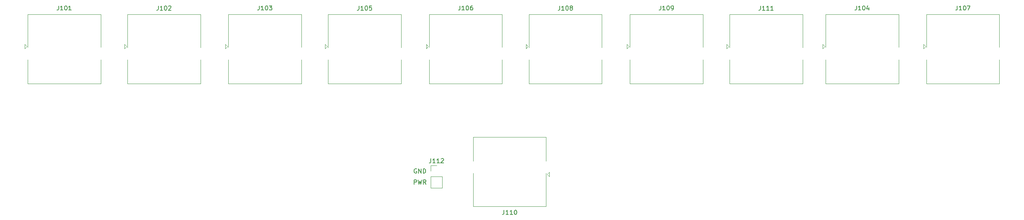
<source format=gbr>
%TF.GenerationSoftware,KiCad,Pcbnew,(5.1.10)-1*%
%TF.CreationDate,2021-12-13T10:36:09-08:00*%
%TF.ProjectId,Ethernet Splitter,45746865-726e-4657-9420-53706c697474,rev?*%
%TF.SameCoordinates,Original*%
%TF.FileFunction,Legend,Top*%
%TF.FilePolarity,Positive*%
%FSLAX46Y46*%
G04 Gerber Fmt 4.6, Leading zero omitted, Abs format (unit mm)*
G04 Created by KiCad (PCBNEW (5.1.10)-1) date 2021-12-13 10:36:09*
%MOMM*%
%LPD*%
G01*
G04 APERTURE LIST*
%ADD10C,0.150000*%
%ADD11C,0.120000*%
G04 APERTURE END LIST*
D10*
X129476666Y-109672380D02*
X129476666Y-108672380D01*
X129857619Y-108672380D01*
X129952857Y-108720000D01*
X130000476Y-108767619D01*
X130048095Y-108862857D01*
X130048095Y-109005714D01*
X130000476Y-109100952D01*
X129952857Y-109148571D01*
X129857619Y-109196190D01*
X129476666Y-109196190D01*
X130381428Y-108672380D02*
X130619523Y-109672380D01*
X130810000Y-108958095D01*
X131000476Y-109672380D01*
X131238571Y-108672380D01*
X132190952Y-109672380D02*
X131857619Y-109196190D01*
X131619523Y-109672380D02*
X131619523Y-108672380D01*
X132000476Y-108672380D01*
X132095714Y-108720000D01*
X132143333Y-108767619D01*
X132190952Y-108862857D01*
X132190952Y-109005714D01*
X132143333Y-109100952D01*
X132095714Y-109148571D01*
X132000476Y-109196190D01*
X131619523Y-109196190D01*
X130048095Y-106180000D02*
X129952857Y-106132380D01*
X129810000Y-106132380D01*
X129667142Y-106180000D01*
X129571904Y-106275238D01*
X129524285Y-106370476D01*
X129476666Y-106560952D01*
X129476666Y-106703809D01*
X129524285Y-106894285D01*
X129571904Y-106989523D01*
X129667142Y-107084761D01*
X129810000Y-107132380D01*
X129905238Y-107132380D01*
X130048095Y-107084761D01*
X130095714Y-107037142D01*
X130095714Y-106703809D01*
X129905238Y-106703809D01*
X130524285Y-107132380D02*
X130524285Y-106132380D01*
X131095714Y-107132380D01*
X131095714Y-106132380D01*
X131571904Y-107132380D02*
X131571904Y-106132380D01*
X131810000Y-106132380D01*
X131952857Y-106180000D01*
X132048095Y-106275238D01*
X132095714Y-106370476D01*
X132143333Y-106560952D01*
X132143333Y-106703809D01*
X132095714Y-106894285D01*
X132048095Y-106989523D01*
X131952857Y-107084761D01*
X131810000Y-107132380D01*
X131571904Y-107132380D01*
D11*
%TO.C,J112*%
X133290000Y-105350000D02*
X134620000Y-105350000D01*
X133290000Y-106680000D02*
X133290000Y-105350000D01*
X133290000Y-107950000D02*
X135950000Y-107950000D01*
X135950000Y-107950000D02*
X135950000Y-110550000D01*
X133290000Y-107950000D02*
X133290000Y-110550000D01*
X133290000Y-110550000D02*
X135950000Y-110550000D01*
%TO.C,J111*%
X201110000Y-77560000D02*
X201610000Y-78060000D01*
X201110000Y-78560000D02*
X201110000Y-77560000D01*
X201610000Y-78060000D02*
X201110000Y-78560000D01*
X218535000Y-86620000D02*
X218535000Y-81060000D01*
X201805000Y-86620000D02*
X201805000Y-81060000D01*
X201805000Y-86620000D02*
X218535000Y-86620000D01*
X218535000Y-70650000D02*
X218535000Y-78260000D01*
X201805000Y-70650000D02*
X201805000Y-78260000D01*
X201805000Y-70650000D02*
X218535000Y-70650000D01*
%TO.C,J110*%
X160440000Y-107880000D02*
X159940000Y-107380000D01*
X160440000Y-106880000D02*
X160440000Y-107880000D01*
X159940000Y-107380000D02*
X160440000Y-106880000D01*
X143015000Y-98820000D02*
X143015000Y-104380000D01*
X159745000Y-98820000D02*
X159745000Y-104380000D01*
X159745000Y-98820000D02*
X143015000Y-98820000D01*
X143015000Y-114790000D02*
X143015000Y-107180000D01*
X159745000Y-114790000D02*
X159745000Y-107180000D01*
X159745000Y-114790000D02*
X143015000Y-114790000D01*
%TO.C,J109*%
X178250000Y-77540000D02*
X178750000Y-78040000D01*
X178250000Y-78540000D02*
X178250000Y-77540000D01*
X178750000Y-78040000D02*
X178250000Y-78540000D01*
X195675000Y-86600000D02*
X195675000Y-81040000D01*
X178945000Y-86600000D02*
X178945000Y-81040000D01*
X178945000Y-86600000D02*
X195675000Y-86600000D01*
X195675000Y-70630000D02*
X195675000Y-78240000D01*
X178945000Y-70630000D02*
X178945000Y-78240000D01*
X178945000Y-70630000D02*
X195675000Y-70630000D01*
%TO.C,J108*%
X155100000Y-77560000D02*
X155600000Y-78060000D01*
X155100000Y-78560000D02*
X155100000Y-77560000D01*
X155600000Y-78060000D02*
X155100000Y-78560000D01*
X172525000Y-86620000D02*
X172525000Y-81060000D01*
X155795000Y-86620000D02*
X155795000Y-81060000D01*
X155795000Y-86620000D02*
X172525000Y-86620000D01*
X172525000Y-70650000D02*
X172525000Y-78260000D01*
X155795000Y-70650000D02*
X155795000Y-78260000D01*
X155795000Y-70650000D02*
X172525000Y-70650000D01*
%TO.C,J107*%
X246210000Y-77540000D02*
X246710000Y-78040000D01*
X246210000Y-78540000D02*
X246210000Y-77540000D01*
X246710000Y-78040000D02*
X246210000Y-78540000D01*
X263635000Y-86600000D02*
X263635000Y-81040000D01*
X246905000Y-86600000D02*
X246905000Y-81040000D01*
X246905000Y-86600000D02*
X263635000Y-86600000D01*
X263635000Y-70630000D02*
X263635000Y-78240000D01*
X246905000Y-70630000D02*
X246905000Y-78240000D01*
X246905000Y-70630000D02*
X263635000Y-70630000D01*
%TO.C,J106*%
X132240000Y-77540000D02*
X132740000Y-78040000D01*
X132240000Y-78540000D02*
X132240000Y-77540000D01*
X132740000Y-78040000D02*
X132240000Y-78540000D01*
X149665000Y-86600000D02*
X149665000Y-81040000D01*
X132935000Y-86600000D02*
X132935000Y-81040000D01*
X132935000Y-86600000D02*
X149665000Y-86600000D01*
X149665000Y-70630000D02*
X149665000Y-78240000D01*
X132935000Y-70630000D02*
X132935000Y-78240000D01*
X132935000Y-70630000D02*
X149665000Y-70630000D01*
%TO.C,J105*%
X109090000Y-77560000D02*
X109590000Y-78060000D01*
X109090000Y-78560000D02*
X109090000Y-77560000D01*
X109590000Y-78060000D02*
X109090000Y-78560000D01*
X126515000Y-86620000D02*
X126515000Y-81060000D01*
X109785000Y-86620000D02*
X109785000Y-81060000D01*
X109785000Y-86620000D02*
X126515000Y-86620000D01*
X126515000Y-70650000D02*
X126515000Y-78260000D01*
X109785000Y-70650000D02*
X109785000Y-78260000D01*
X109785000Y-70650000D02*
X126515000Y-70650000D01*
%TO.C,J104*%
X223100000Y-77540000D02*
X223600000Y-78040000D01*
X223100000Y-78540000D02*
X223100000Y-77540000D01*
X223600000Y-78040000D02*
X223100000Y-78540000D01*
X240525000Y-86600000D02*
X240525000Y-81040000D01*
X223795000Y-86600000D02*
X223795000Y-81040000D01*
X223795000Y-86600000D02*
X240525000Y-86600000D01*
X240525000Y-70630000D02*
X240525000Y-78240000D01*
X223795000Y-70630000D02*
X223795000Y-78240000D01*
X223795000Y-70630000D02*
X240525000Y-70630000D01*
%TO.C,J103*%
X86230000Y-77540000D02*
X86730000Y-78040000D01*
X86230000Y-78540000D02*
X86230000Y-77540000D01*
X86730000Y-78040000D02*
X86230000Y-78540000D01*
X103655000Y-86600000D02*
X103655000Y-81040000D01*
X86925000Y-86600000D02*
X86925000Y-81040000D01*
X86925000Y-86600000D02*
X103655000Y-86600000D01*
X103655000Y-70630000D02*
X103655000Y-78240000D01*
X86925000Y-70630000D02*
X86925000Y-78240000D01*
X86925000Y-70630000D02*
X103655000Y-70630000D01*
%TO.C,J102*%
X63080000Y-77560000D02*
X63580000Y-78060000D01*
X63080000Y-78560000D02*
X63080000Y-77560000D01*
X63580000Y-78060000D02*
X63080000Y-78560000D01*
X80505000Y-86620000D02*
X80505000Y-81060000D01*
X63775000Y-86620000D02*
X63775000Y-81060000D01*
X63775000Y-86620000D02*
X80505000Y-86620000D01*
X80505000Y-70650000D02*
X80505000Y-78260000D01*
X63775000Y-70650000D02*
X63775000Y-78260000D01*
X63775000Y-70650000D02*
X80505000Y-70650000D01*
%TO.C,J101*%
X40220000Y-77540000D02*
X40720000Y-78040000D01*
X40220000Y-78540000D02*
X40220000Y-77540000D01*
X40720000Y-78040000D02*
X40220000Y-78540000D01*
X57645000Y-86600000D02*
X57645000Y-81040000D01*
X40915000Y-86600000D02*
X40915000Y-81040000D01*
X40915000Y-86600000D02*
X57645000Y-86600000D01*
X57645000Y-70630000D02*
X57645000Y-78240000D01*
X40915000Y-70630000D02*
X40915000Y-78240000D01*
X40915000Y-70630000D02*
X57645000Y-70630000D01*
%TO.C,J112*%
D10*
X133334285Y-103802380D02*
X133334285Y-104516666D01*
X133286666Y-104659523D01*
X133191428Y-104754761D01*
X133048571Y-104802380D01*
X132953333Y-104802380D01*
X134334285Y-104802380D02*
X133762857Y-104802380D01*
X134048571Y-104802380D02*
X134048571Y-103802380D01*
X133953333Y-103945238D01*
X133858095Y-104040476D01*
X133762857Y-104088095D01*
X135286666Y-104802380D02*
X134715238Y-104802380D01*
X135000952Y-104802380D02*
X135000952Y-103802380D01*
X134905714Y-103945238D01*
X134810476Y-104040476D01*
X134715238Y-104088095D01*
X135667619Y-103897619D02*
X135715238Y-103850000D01*
X135810476Y-103802380D01*
X136048571Y-103802380D01*
X136143809Y-103850000D01*
X136191428Y-103897619D01*
X136239047Y-103992857D01*
X136239047Y-104088095D01*
X136191428Y-104230952D01*
X135620000Y-104802380D01*
X136239047Y-104802380D01*
%TO.C,J111*%
X208884285Y-68712380D02*
X208884285Y-69426666D01*
X208836666Y-69569523D01*
X208741428Y-69664761D01*
X208598571Y-69712380D01*
X208503333Y-69712380D01*
X209884285Y-69712380D02*
X209312857Y-69712380D01*
X209598571Y-69712380D02*
X209598571Y-68712380D01*
X209503333Y-68855238D01*
X209408095Y-68950476D01*
X209312857Y-68998095D01*
X210836666Y-69712380D02*
X210265238Y-69712380D01*
X210550952Y-69712380D02*
X210550952Y-68712380D01*
X210455714Y-68855238D01*
X210360476Y-68950476D01*
X210265238Y-68998095D01*
X211789047Y-69712380D02*
X211217619Y-69712380D01*
X211503333Y-69712380D02*
X211503333Y-68712380D01*
X211408095Y-68855238D01*
X211312857Y-68950476D01*
X211217619Y-68998095D01*
%TO.C,J110*%
X150094285Y-115632380D02*
X150094285Y-116346666D01*
X150046666Y-116489523D01*
X149951428Y-116584761D01*
X149808571Y-116632380D01*
X149713333Y-116632380D01*
X151094285Y-116632380D02*
X150522857Y-116632380D01*
X150808571Y-116632380D02*
X150808571Y-115632380D01*
X150713333Y-115775238D01*
X150618095Y-115870476D01*
X150522857Y-115918095D01*
X152046666Y-116632380D02*
X151475238Y-116632380D01*
X151760952Y-116632380D02*
X151760952Y-115632380D01*
X151665714Y-115775238D01*
X151570476Y-115870476D01*
X151475238Y-115918095D01*
X152665714Y-115632380D02*
X152760952Y-115632380D01*
X152856190Y-115680000D01*
X152903809Y-115727619D01*
X152951428Y-115822857D01*
X152999047Y-116013333D01*
X152999047Y-116251428D01*
X152951428Y-116441904D01*
X152903809Y-116537142D01*
X152856190Y-116584761D01*
X152760952Y-116632380D01*
X152665714Y-116632380D01*
X152570476Y-116584761D01*
X152522857Y-116537142D01*
X152475238Y-116441904D01*
X152427619Y-116251428D01*
X152427619Y-116013333D01*
X152475238Y-115822857D01*
X152522857Y-115727619D01*
X152570476Y-115680000D01*
X152665714Y-115632380D01*
%TO.C,J109*%
X186024285Y-68692380D02*
X186024285Y-69406666D01*
X185976666Y-69549523D01*
X185881428Y-69644761D01*
X185738571Y-69692380D01*
X185643333Y-69692380D01*
X187024285Y-69692380D02*
X186452857Y-69692380D01*
X186738571Y-69692380D02*
X186738571Y-68692380D01*
X186643333Y-68835238D01*
X186548095Y-68930476D01*
X186452857Y-68978095D01*
X187643333Y-68692380D02*
X187738571Y-68692380D01*
X187833809Y-68740000D01*
X187881428Y-68787619D01*
X187929047Y-68882857D01*
X187976666Y-69073333D01*
X187976666Y-69311428D01*
X187929047Y-69501904D01*
X187881428Y-69597142D01*
X187833809Y-69644761D01*
X187738571Y-69692380D01*
X187643333Y-69692380D01*
X187548095Y-69644761D01*
X187500476Y-69597142D01*
X187452857Y-69501904D01*
X187405238Y-69311428D01*
X187405238Y-69073333D01*
X187452857Y-68882857D01*
X187500476Y-68787619D01*
X187548095Y-68740000D01*
X187643333Y-68692380D01*
X188452857Y-69692380D02*
X188643333Y-69692380D01*
X188738571Y-69644761D01*
X188786190Y-69597142D01*
X188881428Y-69454285D01*
X188929047Y-69263809D01*
X188929047Y-68882857D01*
X188881428Y-68787619D01*
X188833809Y-68740000D01*
X188738571Y-68692380D01*
X188548095Y-68692380D01*
X188452857Y-68740000D01*
X188405238Y-68787619D01*
X188357619Y-68882857D01*
X188357619Y-69120952D01*
X188405238Y-69216190D01*
X188452857Y-69263809D01*
X188548095Y-69311428D01*
X188738571Y-69311428D01*
X188833809Y-69263809D01*
X188881428Y-69216190D01*
X188929047Y-69120952D01*
%TO.C,J108*%
X162874285Y-68712380D02*
X162874285Y-69426666D01*
X162826666Y-69569523D01*
X162731428Y-69664761D01*
X162588571Y-69712380D01*
X162493333Y-69712380D01*
X163874285Y-69712380D02*
X163302857Y-69712380D01*
X163588571Y-69712380D02*
X163588571Y-68712380D01*
X163493333Y-68855238D01*
X163398095Y-68950476D01*
X163302857Y-68998095D01*
X164493333Y-68712380D02*
X164588571Y-68712380D01*
X164683809Y-68760000D01*
X164731428Y-68807619D01*
X164779047Y-68902857D01*
X164826666Y-69093333D01*
X164826666Y-69331428D01*
X164779047Y-69521904D01*
X164731428Y-69617142D01*
X164683809Y-69664761D01*
X164588571Y-69712380D01*
X164493333Y-69712380D01*
X164398095Y-69664761D01*
X164350476Y-69617142D01*
X164302857Y-69521904D01*
X164255238Y-69331428D01*
X164255238Y-69093333D01*
X164302857Y-68902857D01*
X164350476Y-68807619D01*
X164398095Y-68760000D01*
X164493333Y-68712380D01*
X165398095Y-69140952D02*
X165302857Y-69093333D01*
X165255238Y-69045714D01*
X165207619Y-68950476D01*
X165207619Y-68902857D01*
X165255238Y-68807619D01*
X165302857Y-68760000D01*
X165398095Y-68712380D01*
X165588571Y-68712380D01*
X165683809Y-68760000D01*
X165731428Y-68807619D01*
X165779047Y-68902857D01*
X165779047Y-68950476D01*
X165731428Y-69045714D01*
X165683809Y-69093333D01*
X165588571Y-69140952D01*
X165398095Y-69140952D01*
X165302857Y-69188571D01*
X165255238Y-69236190D01*
X165207619Y-69331428D01*
X165207619Y-69521904D01*
X165255238Y-69617142D01*
X165302857Y-69664761D01*
X165398095Y-69712380D01*
X165588571Y-69712380D01*
X165683809Y-69664761D01*
X165731428Y-69617142D01*
X165779047Y-69521904D01*
X165779047Y-69331428D01*
X165731428Y-69236190D01*
X165683809Y-69188571D01*
X165588571Y-69140952D01*
%TO.C,J107*%
X253984285Y-68692380D02*
X253984285Y-69406666D01*
X253936666Y-69549523D01*
X253841428Y-69644761D01*
X253698571Y-69692380D01*
X253603333Y-69692380D01*
X254984285Y-69692380D02*
X254412857Y-69692380D01*
X254698571Y-69692380D02*
X254698571Y-68692380D01*
X254603333Y-68835238D01*
X254508095Y-68930476D01*
X254412857Y-68978095D01*
X255603333Y-68692380D02*
X255698571Y-68692380D01*
X255793809Y-68740000D01*
X255841428Y-68787619D01*
X255889047Y-68882857D01*
X255936666Y-69073333D01*
X255936666Y-69311428D01*
X255889047Y-69501904D01*
X255841428Y-69597142D01*
X255793809Y-69644761D01*
X255698571Y-69692380D01*
X255603333Y-69692380D01*
X255508095Y-69644761D01*
X255460476Y-69597142D01*
X255412857Y-69501904D01*
X255365238Y-69311428D01*
X255365238Y-69073333D01*
X255412857Y-68882857D01*
X255460476Y-68787619D01*
X255508095Y-68740000D01*
X255603333Y-68692380D01*
X256270000Y-68692380D02*
X256936666Y-68692380D01*
X256508095Y-69692380D01*
%TO.C,J106*%
X140014285Y-68692380D02*
X140014285Y-69406666D01*
X139966666Y-69549523D01*
X139871428Y-69644761D01*
X139728571Y-69692380D01*
X139633333Y-69692380D01*
X141014285Y-69692380D02*
X140442857Y-69692380D01*
X140728571Y-69692380D02*
X140728571Y-68692380D01*
X140633333Y-68835238D01*
X140538095Y-68930476D01*
X140442857Y-68978095D01*
X141633333Y-68692380D02*
X141728571Y-68692380D01*
X141823809Y-68740000D01*
X141871428Y-68787619D01*
X141919047Y-68882857D01*
X141966666Y-69073333D01*
X141966666Y-69311428D01*
X141919047Y-69501904D01*
X141871428Y-69597142D01*
X141823809Y-69644761D01*
X141728571Y-69692380D01*
X141633333Y-69692380D01*
X141538095Y-69644761D01*
X141490476Y-69597142D01*
X141442857Y-69501904D01*
X141395238Y-69311428D01*
X141395238Y-69073333D01*
X141442857Y-68882857D01*
X141490476Y-68787619D01*
X141538095Y-68740000D01*
X141633333Y-68692380D01*
X142823809Y-68692380D02*
X142633333Y-68692380D01*
X142538095Y-68740000D01*
X142490476Y-68787619D01*
X142395238Y-68930476D01*
X142347619Y-69120952D01*
X142347619Y-69501904D01*
X142395238Y-69597142D01*
X142442857Y-69644761D01*
X142538095Y-69692380D01*
X142728571Y-69692380D01*
X142823809Y-69644761D01*
X142871428Y-69597142D01*
X142919047Y-69501904D01*
X142919047Y-69263809D01*
X142871428Y-69168571D01*
X142823809Y-69120952D01*
X142728571Y-69073333D01*
X142538095Y-69073333D01*
X142442857Y-69120952D01*
X142395238Y-69168571D01*
X142347619Y-69263809D01*
%TO.C,J105*%
X116864285Y-68712380D02*
X116864285Y-69426666D01*
X116816666Y-69569523D01*
X116721428Y-69664761D01*
X116578571Y-69712380D01*
X116483333Y-69712380D01*
X117864285Y-69712380D02*
X117292857Y-69712380D01*
X117578571Y-69712380D02*
X117578571Y-68712380D01*
X117483333Y-68855238D01*
X117388095Y-68950476D01*
X117292857Y-68998095D01*
X118483333Y-68712380D02*
X118578571Y-68712380D01*
X118673809Y-68760000D01*
X118721428Y-68807619D01*
X118769047Y-68902857D01*
X118816666Y-69093333D01*
X118816666Y-69331428D01*
X118769047Y-69521904D01*
X118721428Y-69617142D01*
X118673809Y-69664761D01*
X118578571Y-69712380D01*
X118483333Y-69712380D01*
X118388095Y-69664761D01*
X118340476Y-69617142D01*
X118292857Y-69521904D01*
X118245238Y-69331428D01*
X118245238Y-69093333D01*
X118292857Y-68902857D01*
X118340476Y-68807619D01*
X118388095Y-68760000D01*
X118483333Y-68712380D01*
X119721428Y-68712380D02*
X119245238Y-68712380D01*
X119197619Y-69188571D01*
X119245238Y-69140952D01*
X119340476Y-69093333D01*
X119578571Y-69093333D01*
X119673809Y-69140952D01*
X119721428Y-69188571D01*
X119769047Y-69283809D01*
X119769047Y-69521904D01*
X119721428Y-69617142D01*
X119673809Y-69664761D01*
X119578571Y-69712380D01*
X119340476Y-69712380D01*
X119245238Y-69664761D01*
X119197619Y-69617142D01*
%TO.C,J104*%
X230874285Y-68692380D02*
X230874285Y-69406666D01*
X230826666Y-69549523D01*
X230731428Y-69644761D01*
X230588571Y-69692380D01*
X230493333Y-69692380D01*
X231874285Y-69692380D02*
X231302857Y-69692380D01*
X231588571Y-69692380D02*
X231588571Y-68692380D01*
X231493333Y-68835238D01*
X231398095Y-68930476D01*
X231302857Y-68978095D01*
X232493333Y-68692380D02*
X232588571Y-68692380D01*
X232683809Y-68740000D01*
X232731428Y-68787619D01*
X232779047Y-68882857D01*
X232826666Y-69073333D01*
X232826666Y-69311428D01*
X232779047Y-69501904D01*
X232731428Y-69597142D01*
X232683809Y-69644761D01*
X232588571Y-69692380D01*
X232493333Y-69692380D01*
X232398095Y-69644761D01*
X232350476Y-69597142D01*
X232302857Y-69501904D01*
X232255238Y-69311428D01*
X232255238Y-69073333D01*
X232302857Y-68882857D01*
X232350476Y-68787619D01*
X232398095Y-68740000D01*
X232493333Y-68692380D01*
X233683809Y-69025714D02*
X233683809Y-69692380D01*
X233445714Y-68644761D02*
X233207619Y-69359047D01*
X233826666Y-69359047D01*
%TO.C,J103*%
X94004285Y-68692380D02*
X94004285Y-69406666D01*
X93956666Y-69549523D01*
X93861428Y-69644761D01*
X93718571Y-69692380D01*
X93623333Y-69692380D01*
X95004285Y-69692380D02*
X94432857Y-69692380D01*
X94718571Y-69692380D02*
X94718571Y-68692380D01*
X94623333Y-68835238D01*
X94528095Y-68930476D01*
X94432857Y-68978095D01*
X95623333Y-68692380D02*
X95718571Y-68692380D01*
X95813809Y-68740000D01*
X95861428Y-68787619D01*
X95909047Y-68882857D01*
X95956666Y-69073333D01*
X95956666Y-69311428D01*
X95909047Y-69501904D01*
X95861428Y-69597142D01*
X95813809Y-69644761D01*
X95718571Y-69692380D01*
X95623333Y-69692380D01*
X95528095Y-69644761D01*
X95480476Y-69597142D01*
X95432857Y-69501904D01*
X95385238Y-69311428D01*
X95385238Y-69073333D01*
X95432857Y-68882857D01*
X95480476Y-68787619D01*
X95528095Y-68740000D01*
X95623333Y-68692380D01*
X96290000Y-68692380D02*
X96909047Y-68692380D01*
X96575714Y-69073333D01*
X96718571Y-69073333D01*
X96813809Y-69120952D01*
X96861428Y-69168571D01*
X96909047Y-69263809D01*
X96909047Y-69501904D01*
X96861428Y-69597142D01*
X96813809Y-69644761D01*
X96718571Y-69692380D01*
X96432857Y-69692380D01*
X96337619Y-69644761D01*
X96290000Y-69597142D01*
%TO.C,J102*%
X70854285Y-68712380D02*
X70854285Y-69426666D01*
X70806666Y-69569523D01*
X70711428Y-69664761D01*
X70568571Y-69712380D01*
X70473333Y-69712380D01*
X71854285Y-69712380D02*
X71282857Y-69712380D01*
X71568571Y-69712380D02*
X71568571Y-68712380D01*
X71473333Y-68855238D01*
X71378095Y-68950476D01*
X71282857Y-68998095D01*
X72473333Y-68712380D02*
X72568571Y-68712380D01*
X72663809Y-68760000D01*
X72711428Y-68807619D01*
X72759047Y-68902857D01*
X72806666Y-69093333D01*
X72806666Y-69331428D01*
X72759047Y-69521904D01*
X72711428Y-69617142D01*
X72663809Y-69664761D01*
X72568571Y-69712380D01*
X72473333Y-69712380D01*
X72378095Y-69664761D01*
X72330476Y-69617142D01*
X72282857Y-69521904D01*
X72235238Y-69331428D01*
X72235238Y-69093333D01*
X72282857Y-68902857D01*
X72330476Y-68807619D01*
X72378095Y-68760000D01*
X72473333Y-68712380D01*
X73187619Y-68807619D02*
X73235238Y-68760000D01*
X73330476Y-68712380D01*
X73568571Y-68712380D01*
X73663809Y-68760000D01*
X73711428Y-68807619D01*
X73759047Y-68902857D01*
X73759047Y-68998095D01*
X73711428Y-69140952D01*
X73140000Y-69712380D01*
X73759047Y-69712380D01*
%TO.C,J101*%
X47994285Y-68692380D02*
X47994285Y-69406666D01*
X47946666Y-69549523D01*
X47851428Y-69644761D01*
X47708571Y-69692380D01*
X47613333Y-69692380D01*
X48994285Y-69692380D02*
X48422857Y-69692380D01*
X48708571Y-69692380D02*
X48708571Y-68692380D01*
X48613333Y-68835238D01*
X48518095Y-68930476D01*
X48422857Y-68978095D01*
X49613333Y-68692380D02*
X49708571Y-68692380D01*
X49803809Y-68740000D01*
X49851428Y-68787619D01*
X49899047Y-68882857D01*
X49946666Y-69073333D01*
X49946666Y-69311428D01*
X49899047Y-69501904D01*
X49851428Y-69597142D01*
X49803809Y-69644761D01*
X49708571Y-69692380D01*
X49613333Y-69692380D01*
X49518095Y-69644761D01*
X49470476Y-69597142D01*
X49422857Y-69501904D01*
X49375238Y-69311428D01*
X49375238Y-69073333D01*
X49422857Y-68882857D01*
X49470476Y-68787619D01*
X49518095Y-68740000D01*
X49613333Y-68692380D01*
X50899047Y-69692380D02*
X50327619Y-69692380D01*
X50613333Y-69692380D02*
X50613333Y-68692380D01*
X50518095Y-68835238D01*
X50422857Y-68930476D01*
X50327619Y-68978095D01*
%TD*%
M02*

</source>
